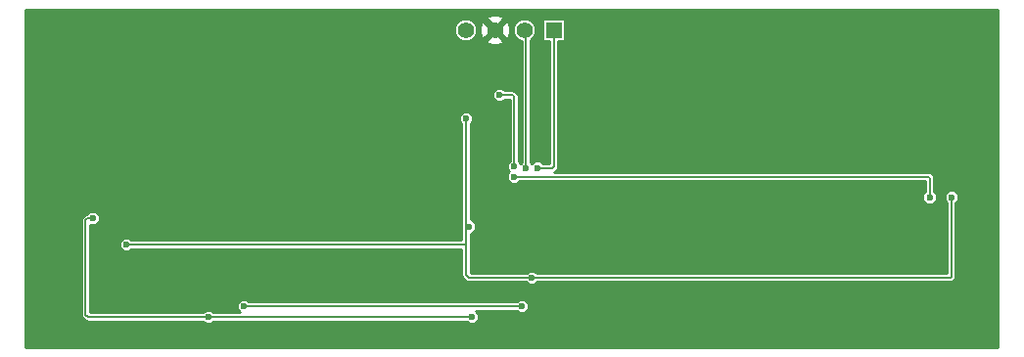
<source format=gbl>
G04 (created by PCBNEW (22-Jun-2014 BZR 4027)-stable) date Wed 20 Dec 2017 05:06:28 PM CST*
%MOIN*%
G04 Gerber Fmt 3.4, Leading zero omitted, Abs format*
%FSLAX34Y34*%
G01*
G70*
G90*
G04 APERTURE LIST*
%ADD10C,0.00393701*%
%ADD11R,0.055X0.055*%
%ADD12C,0.055*%
%ADD13C,0.023622*%
%ADD14C,0.00708661*%
%ADD15C,0.01*%
G04 APERTURE END LIST*
G54D10*
G54D11*
X82320Y-49240D03*
G54D12*
X81320Y-49240D03*
X80320Y-49240D03*
X79320Y-49240D03*
G54D13*
X95860Y-54940D03*
X67760Y-56560D03*
X81580Y-57680D03*
X79440Y-55940D03*
X79340Y-52260D03*
X70560Y-59020D03*
X66620Y-55660D03*
X79540Y-59020D03*
X83380Y-54740D03*
X82760Y-52980D03*
X85520Y-52960D03*
X82354Y-56830D03*
X80200Y-56140D03*
X91580Y-52927D03*
X91580Y-50400D03*
X96620Y-59700D03*
X96640Y-57260D03*
X65940Y-57420D03*
X65940Y-59720D03*
X83640Y-59700D03*
X69200Y-59700D03*
X76060Y-59700D03*
X69200Y-52320D03*
X75200Y-52320D03*
X95120Y-54940D03*
X80980Y-54240D03*
X81780Y-53940D03*
X81380Y-53940D03*
X81240Y-58660D03*
X71760Y-58660D03*
X80980Y-53900D03*
X80480Y-51460D03*
G54D14*
X95760Y-57680D02*
X95820Y-57680D01*
X81580Y-57680D02*
X95760Y-57680D01*
X95860Y-57640D02*
X95860Y-57540D01*
X95820Y-57680D02*
X95860Y-57640D01*
X95860Y-57540D02*
X95860Y-54940D01*
X95860Y-57580D02*
X95860Y-57540D01*
X79340Y-56560D02*
X79260Y-56560D01*
X67760Y-56560D02*
X77660Y-56560D01*
X77660Y-56560D02*
X79260Y-56560D01*
X79440Y-57680D02*
X79420Y-57680D01*
X79420Y-57680D02*
X79340Y-57600D01*
X79340Y-57600D02*
X79340Y-56560D01*
X79440Y-57680D02*
X81580Y-57680D01*
X79340Y-56560D02*
X79340Y-56520D01*
X79440Y-55940D02*
X79340Y-55940D01*
X79340Y-55940D02*
X79360Y-55940D01*
X79360Y-55940D02*
X79340Y-55940D01*
X79340Y-56520D02*
X79340Y-56460D01*
X79340Y-56460D02*
X79340Y-55940D01*
X79340Y-55940D02*
X79340Y-54780D01*
X79340Y-54880D02*
X79340Y-54780D01*
X79340Y-54780D02*
X79340Y-52260D01*
X66500Y-55660D02*
X66620Y-55660D01*
X66440Y-55660D02*
X66500Y-55660D01*
X66380Y-55720D02*
X66440Y-55660D01*
X66380Y-58940D02*
X66380Y-55720D01*
X66460Y-59020D02*
X66380Y-58940D01*
X79540Y-59020D02*
X70560Y-59020D01*
X70560Y-59020D02*
X66460Y-59020D01*
X83220Y-56830D02*
X83330Y-56830D01*
X83380Y-56680D02*
X83380Y-54740D01*
X83380Y-56780D02*
X83380Y-56680D01*
X83330Y-56830D02*
X83380Y-56780D01*
X82354Y-56830D02*
X83220Y-56830D01*
X83220Y-56830D02*
X83230Y-56830D01*
X82760Y-52980D02*
X82780Y-52960D01*
X82780Y-52960D02*
X85520Y-52960D01*
X80200Y-56700D02*
X80200Y-56140D01*
X80320Y-56820D02*
X80200Y-56700D01*
X82344Y-56820D02*
X80320Y-56820D01*
X82344Y-56820D02*
X82354Y-56830D01*
X91580Y-52927D02*
X91580Y-50400D01*
X96640Y-57260D02*
X96640Y-59680D01*
X96640Y-59680D02*
X96620Y-59700D01*
X65940Y-57420D02*
X65940Y-59720D01*
X76060Y-59700D02*
X83640Y-59700D01*
X76060Y-59700D02*
X69200Y-59700D01*
X75200Y-52320D02*
X69200Y-52320D01*
X94660Y-54240D02*
X95080Y-54240D01*
X95120Y-54280D02*
X95120Y-54720D01*
X95080Y-54240D02*
X95120Y-54280D01*
X95120Y-54720D02*
X95120Y-54940D01*
X95120Y-54680D02*
X95120Y-54720D01*
X80980Y-54240D02*
X94660Y-54240D01*
X94660Y-54240D02*
X94680Y-54240D01*
X81780Y-53940D02*
X82280Y-53940D01*
X82320Y-53900D02*
X82320Y-53320D01*
X82280Y-53940D02*
X82320Y-53900D01*
X82320Y-53400D02*
X82320Y-53320D01*
X82320Y-53320D02*
X82320Y-49240D01*
X81380Y-53940D02*
X81380Y-49300D01*
X81380Y-49300D02*
X81320Y-49240D01*
X71760Y-58660D02*
X81240Y-58660D01*
X80980Y-51620D02*
X80980Y-51520D01*
X80980Y-53900D02*
X80980Y-51620D01*
X80920Y-51460D02*
X80760Y-51460D01*
X80980Y-51520D02*
X80920Y-51460D01*
X80820Y-51460D02*
X80760Y-51460D01*
X80760Y-51460D02*
X80480Y-51460D01*
G54D10*
G36*
X97449Y-60049D02*
X96099Y-60049D01*
X96099Y-54892D01*
X96062Y-54804D01*
X95995Y-54737D01*
X95907Y-54701D01*
X95812Y-54700D01*
X95724Y-54737D01*
X95657Y-54804D01*
X95621Y-54892D01*
X95620Y-54987D01*
X95657Y-55075D01*
X95703Y-55121D01*
X95703Y-57523D01*
X95359Y-57523D01*
X95359Y-54892D01*
X95322Y-54804D01*
X95276Y-54758D01*
X95276Y-54720D01*
X95276Y-54680D01*
X95276Y-54280D01*
X95264Y-54220D01*
X95230Y-54169D01*
X95190Y-54129D01*
X95139Y-54095D01*
X95080Y-54083D01*
X94680Y-54083D01*
X94660Y-54083D01*
X82340Y-54083D01*
X82390Y-54050D01*
X82430Y-54010D01*
X82464Y-53959D01*
X82476Y-53900D01*
X82476Y-53900D01*
X82476Y-53400D01*
X82476Y-53320D01*
X82476Y-49635D01*
X82618Y-49635D01*
X82663Y-49617D01*
X82697Y-49583D01*
X82715Y-49539D01*
X82715Y-49491D01*
X82715Y-48941D01*
X82697Y-48896D01*
X82663Y-48862D01*
X82619Y-48844D01*
X82571Y-48844D01*
X82021Y-48844D01*
X81976Y-48862D01*
X81942Y-48896D01*
X81924Y-48940D01*
X81924Y-48988D01*
X81924Y-49538D01*
X81942Y-49583D01*
X81976Y-49617D01*
X82020Y-49635D01*
X82068Y-49635D01*
X82163Y-49635D01*
X82163Y-53320D01*
X82163Y-53400D01*
X82163Y-53783D01*
X81961Y-53783D01*
X81915Y-53737D01*
X81827Y-53701D01*
X81732Y-53700D01*
X81644Y-53737D01*
X81579Y-53802D01*
X81536Y-53758D01*
X81536Y-49578D01*
X81543Y-49575D01*
X81655Y-49464D01*
X81715Y-49319D01*
X81715Y-49161D01*
X81655Y-49016D01*
X81544Y-48904D01*
X81399Y-48844D01*
X81241Y-48844D01*
X81096Y-48904D01*
X80984Y-49015D01*
X80924Y-49160D01*
X80924Y-49318D01*
X80984Y-49463D01*
X81095Y-49575D01*
X81223Y-49628D01*
X81223Y-53758D01*
X81192Y-53789D01*
X81182Y-53764D01*
X81136Y-53718D01*
X81136Y-51620D01*
X81136Y-51520D01*
X81126Y-51470D01*
X81124Y-51460D01*
X81124Y-51460D01*
X81090Y-51409D01*
X81030Y-51349D01*
X80979Y-51315D01*
X80920Y-51303D01*
X80849Y-51303D01*
X80849Y-49315D01*
X80838Y-49107D01*
X80780Y-48967D01*
X80687Y-48942D01*
X80617Y-49013D01*
X80617Y-48872D01*
X80592Y-48779D01*
X80395Y-48710D01*
X80187Y-48721D01*
X80047Y-48779D01*
X80022Y-48872D01*
X80320Y-49169D01*
X80617Y-48872D01*
X80617Y-49013D01*
X80390Y-49240D01*
X80687Y-49537D01*
X80780Y-49512D01*
X80849Y-49315D01*
X80849Y-51303D01*
X80820Y-51303D01*
X80760Y-51303D01*
X80661Y-51303D01*
X80617Y-51259D01*
X80617Y-49607D01*
X80320Y-49310D01*
X80249Y-49381D01*
X80249Y-49240D01*
X79952Y-48942D01*
X79859Y-48967D01*
X79790Y-49164D01*
X79801Y-49372D01*
X79859Y-49512D01*
X79952Y-49537D01*
X80249Y-49240D01*
X80249Y-49381D01*
X80022Y-49607D01*
X80047Y-49700D01*
X80244Y-49769D01*
X80452Y-49758D01*
X80592Y-49700D01*
X80617Y-49607D01*
X80617Y-51259D01*
X80615Y-51257D01*
X80527Y-51221D01*
X80432Y-51220D01*
X80344Y-51257D01*
X80277Y-51324D01*
X80241Y-51412D01*
X80240Y-51507D01*
X80277Y-51595D01*
X80344Y-51662D01*
X80432Y-51698D01*
X80527Y-51699D01*
X80615Y-51662D01*
X80661Y-51616D01*
X80760Y-51616D01*
X80820Y-51616D01*
X80823Y-51616D01*
X80823Y-51620D01*
X80823Y-53718D01*
X80777Y-53764D01*
X80741Y-53852D01*
X80740Y-53947D01*
X80777Y-54035D01*
X80812Y-54070D01*
X80777Y-54104D01*
X80741Y-54192D01*
X80740Y-54287D01*
X80777Y-54375D01*
X80844Y-54442D01*
X80932Y-54478D01*
X81027Y-54479D01*
X81115Y-54442D01*
X81161Y-54396D01*
X94660Y-54396D01*
X94680Y-54396D01*
X94963Y-54396D01*
X94963Y-54680D01*
X94963Y-54720D01*
X94963Y-54758D01*
X94917Y-54804D01*
X94881Y-54892D01*
X94880Y-54987D01*
X94917Y-55075D01*
X94984Y-55142D01*
X95072Y-55178D01*
X95167Y-55179D01*
X95255Y-55142D01*
X95322Y-55075D01*
X95358Y-54987D01*
X95359Y-54892D01*
X95359Y-57523D01*
X81761Y-57523D01*
X81715Y-57477D01*
X81627Y-57441D01*
X81532Y-57440D01*
X81444Y-57477D01*
X81398Y-57523D01*
X79715Y-57523D01*
X79715Y-49161D01*
X79655Y-49016D01*
X79544Y-48904D01*
X79399Y-48844D01*
X79241Y-48844D01*
X79096Y-48904D01*
X78984Y-49015D01*
X78924Y-49160D01*
X78924Y-49318D01*
X78984Y-49463D01*
X79095Y-49575D01*
X79240Y-49635D01*
X79398Y-49635D01*
X79543Y-49575D01*
X79655Y-49464D01*
X79715Y-49319D01*
X79715Y-49161D01*
X79715Y-57523D01*
X79496Y-57523D01*
X79496Y-56560D01*
X79496Y-56520D01*
X79496Y-56460D01*
X79496Y-56175D01*
X79575Y-56142D01*
X79642Y-56075D01*
X79678Y-55987D01*
X79679Y-55892D01*
X79642Y-55804D01*
X79575Y-55737D01*
X79496Y-55704D01*
X79496Y-54880D01*
X79496Y-54780D01*
X79496Y-52441D01*
X79542Y-52395D01*
X79578Y-52307D01*
X79579Y-52212D01*
X79542Y-52124D01*
X79475Y-52057D01*
X79387Y-52021D01*
X79292Y-52020D01*
X79204Y-52057D01*
X79137Y-52124D01*
X79101Y-52212D01*
X79100Y-52307D01*
X79137Y-52395D01*
X79183Y-52441D01*
X79183Y-54780D01*
X79183Y-54880D01*
X79183Y-55940D01*
X79183Y-56403D01*
X77660Y-56403D01*
X67941Y-56403D01*
X67895Y-56357D01*
X67807Y-56321D01*
X67712Y-56320D01*
X67624Y-56357D01*
X67557Y-56424D01*
X67521Y-56512D01*
X67520Y-56607D01*
X67557Y-56695D01*
X67624Y-56762D01*
X67712Y-56798D01*
X67807Y-56799D01*
X67895Y-56762D01*
X67941Y-56716D01*
X77660Y-56716D01*
X79183Y-56716D01*
X79183Y-57600D01*
X79195Y-57659D01*
X79229Y-57710D01*
X79309Y-57790D01*
X79309Y-57790D01*
X79360Y-57824D01*
X79360Y-57824D01*
X79370Y-57826D01*
X79420Y-57836D01*
X79440Y-57836D01*
X81398Y-57836D01*
X81444Y-57882D01*
X81532Y-57918D01*
X81627Y-57919D01*
X81715Y-57882D01*
X81761Y-57836D01*
X95760Y-57836D01*
X95820Y-57836D01*
X95820Y-57836D01*
X95879Y-57824D01*
X95930Y-57790D01*
X95970Y-57750D01*
X96004Y-57699D01*
X96016Y-57640D01*
X96016Y-57640D01*
X96016Y-57580D01*
X96016Y-57540D01*
X96016Y-55121D01*
X96062Y-55075D01*
X96098Y-54987D01*
X96099Y-54892D01*
X96099Y-60049D01*
X81479Y-60049D01*
X81479Y-58612D01*
X81442Y-58524D01*
X81375Y-58457D01*
X81287Y-58421D01*
X81192Y-58420D01*
X81104Y-58457D01*
X81058Y-58503D01*
X71941Y-58503D01*
X71895Y-58457D01*
X71807Y-58421D01*
X71712Y-58420D01*
X71624Y-58457D01*
X71557Y-58524D01*
X71521Y-58612D01*
X71520Y-58707D01*
X71557Y-58795D01*
X71624Y-58862D01*
X71627Y-58863D01*
X70741Y-58863D01*
X70695Y-58817D01*
X70607Y-58781D01*
X70512Y-58780D01*
X70424Y-58817D01*
X70378Y-58863D01*
X66536Y-58863D01*
X66536Y-55884D01*
X66572Y-55898D01*
X66667Y-55899D01*
X66755Y-55862D01*
X66822Y-55795D01*
X66858Y-55707D01*
X66859Y-55612D01*
X66822Y-55524D01*
X66755Y-55457D01*
X66667Y-55421D01*
X66572Y-55420D01*
X66484Y-55457D01*
X66437Y-55504D01*
X66390Y-55513D01*
X66380Y-55515D01*
X66329Y-55549D01*
X66269Y-55609D01*
X66235Y-55660D01*
X66223Y-55720D01*
X66223Y-58940D01*
X66235Y-58999D01*
X66269Y-59050D01*
X66349Y-59130D01*
X66349Y-59130D01*
X66400Y-59164D01*
X66400Y-59164D01*
X66410Y-59166D01*
X66460Y-59176D01*
X70378Y-59176D01*
X70424Y-59222D01*
X70512Y-59258D01*
X70607Y-59259D01*
X70695Y-59222D01*
X70741Y-59176D01*
X79358Y-59176D01*
X79404Y-59222D01*
X79492Y-59258D01*
X79587Y-59259D01*
X79675Y-59222D01*
X79742Y-59155D01*
X79778Y-59067D01*
X79779Y-58972D01*
X79742Y-58884D01*
X79675Y-58817D01*
X79672Y-58816D01*
X81058Y-58816D01*
X81104Y-58862D01*
X81192Y-58898D01*
X81287Y-58899D01*
X81375Y-58862D01*
X81442Y-58795D01*
X81478Y-58707D01*
X81479Y-58612D01*
X81479Y-60049D01*
X64350Y-60049D01*
X64350Y-48550D01*
X97449Y-48550D01*
X97449Y-60049D01*
X97449Y-60049D01*
G37*
G54D15*
X97449Y-60049D02*
X96099Y-60049D01*
X96099Y-54892D01*
X96062Y-54804D01*
X95995Y-54737D01*
X95907Y-54701D01*
X95812Y-54700D01*
X95724Y-54737D01*
X95657Y-54804D01*
X95621Y-54892D01*
X95620Y-54987D01*
X95657Y-55075D01*
X95703Y-55121D01*
X95703Y-57523D01*
X95359Y-57523D01*
X95359Y-54892D01*
X95322Y-54804D01*
X95276Y-54758D01*
X95276Y-54720D01*
X95276Y-54680D01*
X95276Y-54280D01*
X95264Y-54220D01*
X95230Y-54169D01*
X95190Y-54129D01*
X95139Y-54095D01*
X95080Y-54083D01*
X94680Y-54083D01*
X94660Y-54083D01*
X82340Y-54083D01*
X82390Y-54050D01*
X82430Y-54010D01*
X82464Y-53959D01*
X82476Y-53900D01*
X82476Y-53900D01*
X82476Y-53400D01*
X82476Y-53320D01*
X82476Y-49635D01*
X82618Y-49635D01*
X82663Y-49617D01*
X82697Y-49583D01*
X82715Y-49539D01*
X82715Y-49491D01*
X82715Y-48941D01*
X82697Y-48896D01*
X82663Y-48862D01*
X82619Y-48844D01*
X82571Y-48844D01*
X82021Y-48844D01*
X81976Y-48862D01*
X81942Y-48896D01*
X81924Y-48940D01*
X81924Y-48988D01*
X81924Y-49538D01*
X81942Y-49583D01*
X81976Y-49617D01*
X82020Y-49635D01*
X82068Y-49635D01*
X82163Y-49635D01*
X82163Y-53320D01*
X82163Y-53400D01*
X82163Y-53783D01*
X81961Y-53783D01*
X81915Y-53737D01*
X81827Y-53701D01*
X81732Y-53700D01*
X81644Y-53737D01*
X81579Y-53802D01*
X81536Y-53758D01*
X81536Y-49578D01*
X81543Y-49575D01*
X81655Y-49464D01*
X81715Y-49319D01*
X81715Y-49161D01*
X81655Y-49016D01*
X81544Y-48904D01*
X81399Y-48844D01*
X81241Y-48844D01*
X81096Y-48904D01*
X80984Y-49015D01*
X80924Y-49160D01*
X80924Y-49318D01*
X80984Y-49463D01*
X81095Y-49575D01*
X81223Y-49628D01*
X81223Y-53758D01*
X81192Y-53789D01*
X81182Y-53764D01*
X81136Y-53718D01*
X81136Y-51620D01*
X81136Y-51520D01*
X81126Y-51470D01*
X81124Y-51460D01*
X81124Y-51460D01*
X81090Y-51409D01*
X81030Y-51349D01*
X80979Y-51315D01*
X80920Y-51303D01*
X80849Y-51303D01*
X80849Y-49315D01*
X80838Y-49107D01*
X80780Y-48967D01*
X80687Y-48942D01*
X80617Y-49013D01*
X80617Y-48872D01*
X80592Y-48779D01*
X80395Y-48710D01*
X80187Y-48721D01*
X80047Y-48779D01*
X80022Y-48872D01*
X80320Y-49169D01*
X80617Y-48872D01*
X80617Y-49013D01*
X80390Y-49240D01*
X80687Y-49537D01*
X80780Y-49512D01*
X80849Y-49315D01*
X80849Y-51303D01*
X80820Y-51303D01*
X80760Y-51303D01*
X80661Y-51303D01*
X80617Y-51259D01*
X80617Y-49607D01*
X80320Y-49310D01*
X80249Y-49381D01*
X80249Y-49240D01*
X79952Y-48942D01*
X79859Y-48967D01*
X79790Y-49164D01*
X79801Y-49372D01*
X79859Y-49512D01*
X79952Y-49537D01*
X80249Y-49240D01*
X80249Y-49381D01*
X80022Y-49607D01*
X80047Y-49700D01*
X80244Y-49769D01*
X80452Y-49758D01*
X80592Y-49700D01*
X80617Y-49607D01*
X80617Y-51259D01*
X80615Y-51257D01*
X80527Y-51221D01*
X80432Y-51220D01*
X80344Y-51257D01*
X80277Y-51324D01*
X80241Y-51412D01*
X80240Y-51507D01*
X80277Y-51595D01*
X80344Y-51662D01*
X80432Y-51698D01*
X80527Y-51699D01*
X80615Y-51662D01*
X80661Y-51616D01*
X80760Y-51616D01*
X80820Y-51616D01*
X80823Y-51616D01*
X80823Y-51620D01*
X80823Y-53718D01*
X80777Y-53764D01*
X80741Y-53852D01*
X80740Y-53947D01*
X80777Y-54035D01*
X80812Y-54070D01*
X80777Y-54104D01*
X80741Y-54192D01*
X80740Y-54287D01*
X80777Y-54375D01*
X80844Y-54442D01*
X80932Y-54478D01*
X81027Y-54479D01*
X81115Y-54442D01*
X81161Y-54396D01*
X94660Y-54396D01*
X94680Y-54396D01*
X94963Y-54396D01*
X94963Y-54680D01*
X94963Y-54720D01*
X94963Y-54758D01*
X94917Y-54804D01*
X94881Y-54892D01*
X94880Y-54987D01*
X94917Y-55075D01*
X94984Y-55142D01*
X95072Y-55178D01*
X95167Y-55179D01*
X95255Y-55142D01*
X95322Y-55075D01*
X95358Y-54987D01*
X95359Y-54892D01*
X95359Y-57523D01*
X81761Y-57523D01*
X81715Y-57477D01*
X81627Y-57441D01*
X81532Y-57440D01*
X81444Y-57477D01*
X81398Y-57523D01*
X79715Y-57523D01*
X79715Y-49161D01*
X79655Y-49016D01*
X79544Y-48904D01*
X79399Y-48844D01*
X79241Y-48844D01*
X79096Y-48904D01*
X78984Y-49015D01*
X78924Y-49160D01*
X78924Y-49318D01*
X78984Y-49463D01*
X79095Y-49575D01*
X79240Y-49635D01*
X79398Y-49635D01*
X79543Y-49575D01*
X79655Y-49464D01*
X79715Y-49319D01*
X79715Y-49161D01*
X79715Y-57523D01*
X79496Y-57523D01*
X79496Y-56560D01*
X79496Y-56520D01*
X79496Y-56460D01*
X79496Y-56175D01*
X79575Y-56142D01*
X79642Y-56075D01*
X79678Y-55987D01*
X79679Y-55892D01*
X79642Y-55804D01*
X79575Y-55737D01*
X79496Y-55704D01*
X79496Y-54880D01*
X79496Y-54780D01*
X79496Y-52441D01*
X79542Y-52395D01*
X79578Y-52307D01*
X79579Y-52212D01*
X79542Y-52124D01*
X79475Y-52057D01*
X79387Y-52021D01*
X79292Y-52020D01*
X79204Y-52057D01*
X79137Y-52124D01*
X79101Y-52212D01*
X79100Y-52307D01*
X79137Y-52395D01*
X79183Y-52441D01*
X79183Y-54780D01*
X79183Y-54880D01*
X79183Y-55940D01*
X79183Y-56403D01*
X77660Y-56403D01*
X67941Y-56403D01*
X67895Y-56357D01*
X67807Y-56321D01*
X67712Y-56320D01*
X67624Y-56357D01*
X67557Y-56424D01*
X67521Y-56512D01*
X67520Y-56607D01*
X67557Y-56695D01*
X67624Y-56762D01*
X67712Y-56798D01*
X67807Y-56799D01*
X67895Y-56762D01*
X67941Y-56716D01*
X77660Y-56716D01*
X79183Y-56716D01*
X79183Y-57600D01*
X79195Y-57659D01*
X79229Y-57710D01*
X79309Y-57790D01*
X79309Y-57790D01*
X79360Y-57824D01*
X79360Y-57824D01*
X79370Y-57826D01*
X79420Y-57836D01*
X79440Y-57836D01*
X81398Y-57836D01*
X81444Y-57882D01*
X81532Y-57918D01*
X81627Y-57919D01*
X81715Y-57882D01*
X81761Y-57836D01*
X95760Y-57836D01*
X95820Y-57836D01*
X95820Y-57836D01*
X95879Y-57824D01*
X95930Y-57790D01*
X95970Y-57750D01*
X96004Y-57699D01*
X96016Y-57640D01*
X96016Y-57640D01*
X96016Y-57580D01*
X96016Y-57540D01*
X96016Y-55121D01*
X96062Y-55075D01*
X96098Y-54987D01*
X96099Y-54892D01*
X96099Y-60049D01*
X81479Y-60049D01*
X81479Y-58612D01*
X81442Y-58524D01*
X81375Y-58457D01*
X81287Y-58421D01*
X81192Y-58420D01*
X81104Y-58457D01*
X81058Y-58503D01*
X71941Y-58503D01*
X71895Y-58457D01*
X71807Y-58421D01*
X71712Y-58420D01*
X71624Y-58457D01*
X71557Y-58524D01*
X71521Y-58612D01*
X71520Y-58707D01*
X71557Y-58795D01*
X71624Y-58862D01*
X71627Y-58863D01*
X70741Y-58863D01*
X70695Y-58817D01*
X70607Y-58781D01*
X70512Y-58780D01*
X70424Y-58817D01*
X70378Y-58863D01*
X66536Y-58863D01*
X66536Y-55884D01*
X66572Y-55898D01*
X66667Y-55899D01*
X66755Y-55862D01*
X66822Y-55795D01*
X66858Y-55707D01*
X66859Y-55612D01*
X66822Y-55524D01*
X66755Y-55457D01*
X66667Y-55421D01*
X66572Y-55420D01*
X66484Y-55457D01*
X66437Y-55504D01*
X66390Y-55513D01*
X66380Y-55515D01*
X66329Y-55549D01*
X66269Y-55609D01*
X66235Y-55660D01*
X66223Y-55720D01*
X66223Y-58940D01*
X66235Y-58999D01*
X66269Y-59050D01*
X66349Y-59130D01*
X66349Y-59130D01*
X66400Y-59164D01*
X66400Y-59164D01*
X66410Y-59166D01*
X66460Y-59176D01*
X70378Y-59176D01*
X70424Y-59222D01*
X70512Y-59258D01*
X70607Y-59259D01*
X70695Y-59222D01*
X70741Y-59176D01*
X79358Y-59176D01*
X79404Y-59222D01*
X79492Y-59258D01*
X79587Y-59259D01*
X79675Y-59222D01*
X79742Y-59155D01*
X79778Y-59067D01*
X79779Y-58972D01*
X79742Y-58884D01*
X79675Y-58817D01*
X79672Y-58816D01*
X81058Y-58816D01*
X81104Y-58862D01*
X81192Y-58898D01*
X81287Y-58899D01*
X81375Y-58862D01*
X81442Y-58795D01*
X81478Y-58707D01*
X81479Y-58612D01*
X81479Y-60049D01*
X64350Y-60049D01*
X64350Y-48550D01*
X97449Y-48550D01*
X97449Y-60049D01*
M02*

</source>
